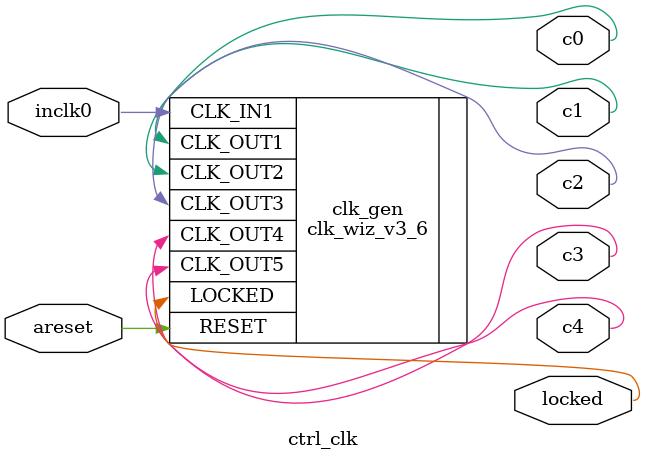
<source format=v>
/*
 * File   : imx45t_top.v
 * Date   : 20150204
 * Author : Bibo Yang, ash_riple@hotmail.com
 *
 */

`timescale 1 ns/ 1 ns

module ctrl_clk (
	areset,
	inclk0,
	c0,
	c1,
	c2,
	c3,
	c4,
	locked);

	input	  areset;
	input	  inclk0;
	output	  c0;
	output	  c1;
	output	  c2;
	output	  c3;
	output	  c4;
	output	  locked;

clk_wiz_v3_6 clk_gen (
    .RESET    (areset),
    .CLK_IN1  (inclk0), // 25MHz
    .CLK_OUT1 (c0 ), // 100MHz
    .CLK_OUT2 (c1), // 50MHz
    .CLK_OUT3 (c2), // 2.5MHz
    .CLK_OUT4 (c3), // 50MHz
    .CLK_OUT5 (c4), // 25MHz
    .LOCKED(locked)
);

endmodule

</source>
